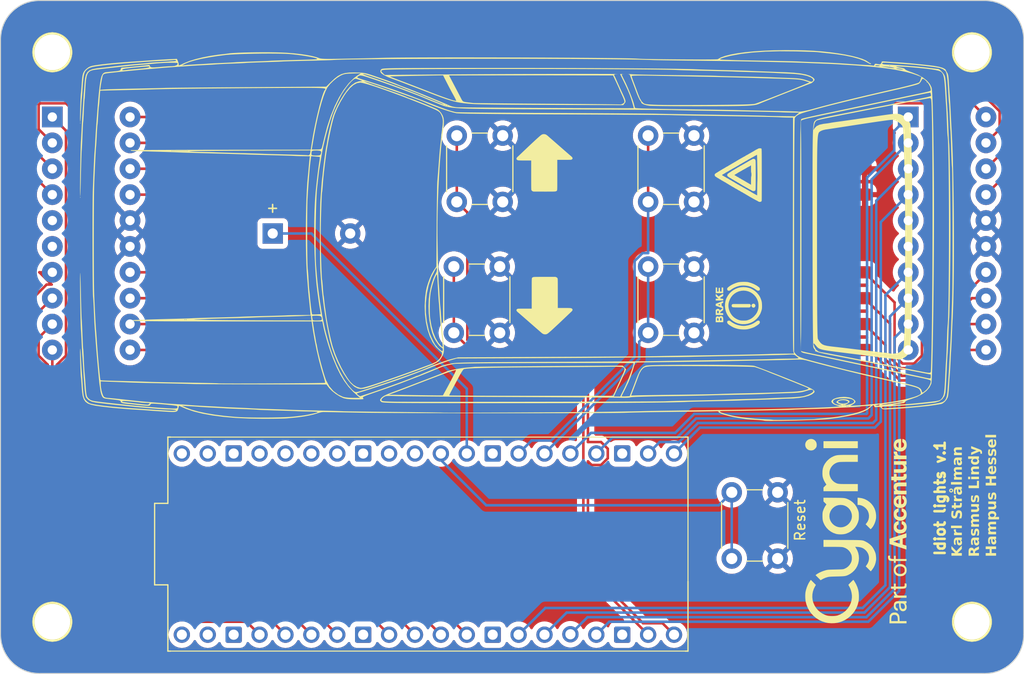
<source format=kicad_pcb>
(kicad_pcb (version 20221018) (generator pcbnew)
  (title_block (comment 4 "AISLER Project ID: KFQQFVWI"))
  (layers (0 "F.Cu" signal) (31 "B.Cu" signal) (34 "B.Paste" user) (35 "F.Paste" user) (36 "B.SilkS" user "B.Silkscreen") (37 "F.SilkS" user "F.Silkscreen") (38 "B.Mask" user) (39 "F.Mask" user) (44 "Edge.Cuts" user))
  (net 0 "")
  (net 3 "GND")
  (net 10 "/HAZARD_BTN")
  (net 11 "/BREAK_BTN")
  (net 16 "/BUZZER")
  (net 17 "/RUN")
  (net 28 "/FL0")
  (net 29 "/FL3")
  (net 30 "/FL2")
  (net 31 "/FL1")
  (net 32 "/FR3")
  (net 33 "/FR2")
  (net 34 "/FR1")
  (net 35 "/FR0")
  (net 36 "/RL0")
  (net 37 "/RL1")
  (net 38 "/RL2")
  (net 39 "/RL3")
  (net 40 "/RR3")
  (net 41 "/RR2")
  (net 42 "/RR1")
  (net 43 "/RR0")
  (net 44 "Net-(BAR1-K-Pad11)")
  (net 45 "Net-(BAR1-K-Pad12)")
  (net 46 "Net-(BAR1-K-Pad13)")
  (net 47 "Net-(BAR1-K-Pad14)")
  (net 48 "Net-(BAR1-K-Pad17)")
  (net 49 "Net-(BAR1-K-Pad18)")
  (net 50 "Net-(BAR1-K-Pad19)")
  (net 51 "Net-(BAR1-K-Pad20)")
  (net 52 "Net-(BAR2-K-Pad11)")
  (net 53 "Net-(BAR2-K-Pad12)")
  (net 54 "Net-(BAR2-K-Pad13)")
  (net 55 "Net-(BAR2-K-Pad14)")
  (net 56 "Net-(BAR2-K-Pad17)")
  (net 57 "Net-(BAR2-K-Pad18)")
  (net 58 "Net-(BAR2-K-Pad19)")
  (net 59 "Net-(BAR2-K-Pad20)")
  (net 60 "/L_INDCR_BTN")
  (net 61 "/R_INDCR_BTN")
  (footprint "Resistor_SMD:R_0805_2012Metric_Pad1.20x1.40mm_HandSolder" (layer "F.Cu") (at 218.3325 68.58 180)
    (fp_text reference "R10" hide)
    (fp_text value "125")
    (pad "1" smd roundrect (at -1 0 270) (size 1.2 1.4) (layers "F.Cu" "F.Paste" "F.Mask") (roundrect_rratio 0.2083333333) (net 53 "Net-(BAR2-K-Pad12)"))
    (pad "2" smd roundrect (at 1 0 270) (size 1.2 1.4) (layers "F.Cu" "F.Paste" "F.Mask") (roundrect_rratio 0.2083333333) (net 3 "GND"))
  )
  (footprint "Display:HDSP-4830" (layer "F.Cu") (at 223.6275 48.26)
    (fp_text reference "BAR2" hide)
    (fp_text value "HDSP-4830_2" hide)
    (pad "1" thru_hole rect locked (at 0 0 270) (size 2.032 2.032) (drill 0.9144) (layers "*.Cu" "*.Mask") (net 43 "/RR0"))
    (pad "2" thru_hole circle locked (at 0 2.54 270) (size 2.032 2.032) (drill 0.9144) (layers "*.Cu" "*.Mask") (net 42 "/RR1"))
    (pad "3" thru_hole circle locked (at 0 5.08 270) (size 2.032 2.032) (drill 0.9144) (layers "*.Cu" "*.Mask") (net 41 "/RR2"))
    (pad "4" thru_hole circle locked (at 0 7.62 270) (size 2.032 2.032) (drill 0.9144) (layers "*.Cu" "*.Mask") (net 40 "/RR3"))
    (pad "5" thru_hole circle locked (at 0 10.16 270) (size 2.032 2.032) (drill 0.9144) (layers "*.Cu" "*.Mask"))
    (pad "6" thru_hole circle locked (at 0 12.7 270) (size 2.032 2.032) (drill 0.9144) (layers "*.Cu" "*.Mask"))
    (pad "7" thru_hole circle locked (at 0 15.24 270) (size 2.032 2.032) (drill 0.9144) (layers "*.Cu" "*.Mask") (net 36 "/RL0"))
    (pad "8" thru_hole circle locked (at 0 17.78 270) (size 2.032 2.032) (drill 0.9144) (layers "*.Cu" "*.Mask") (net 37 "/RL1"))
    (pad "9" thru_hole circle locked (at 0 20.32 270) (size 2.032 2.032) (drill 0.9144) (layers "*.Cu" "*.Mask") (net 38 "/RL2"))
    (pad "10" thru_hole circle locked (at 0 22.86 270) (size 2.032 2.032) (drill 0.9144) (layers "*.Cu" "*.Mask") (net 39 "/RL3"))
    (pad "11" thru_hole circle locked (at 7.62 22.86 270) (size 2.032 2.032) (drill 0.9144) (layers "*.Cu" "*.Mask") (net 52 "Net-(BAR2-K-Pad11)"))
    (pad "12" thru_hole circle locked (at 7.62 20.32 270) (size 2.032 2.032) (drill 0.9144) (layers "*.Cu" "*.Mask") (net 53 "Net-(BAR2-K-Pad12)"))
    (pad "13" thru_hole circle locked (at 7.62 17.78 270) (size 2.032 2.032) (drill 0.9144) (layers "*.Cu" "*.Mask") (net 54 "Net-(BAR2-K-Pad13)"))
    (pad "14" thru_hole circle locked (at 7.62 15.24 270) (size 2.032 2.032) (drill 0.9144) (layers "*.Cu" "*.Mask") (net 55 "Net-(BAR2-K-Pad14)"))
    (pad "15" thru_hole circle locked (at 7.62 12.7 270) (size 2.032 2.032) (drill 0.9144) (layers "*.Cu" "*.Mask") (net 3 "GND"))
    (pad "16" thru_hole circle locked (at 7.62 10.16 270) (size 2.032 2.032) (drill 0.9144) (layers "*.Cu" "*.Mask") (net 3 "GND"))
    (pad "17" thru_hole circle locked (at 7.62 7.62 270) (size 2.032 2.032) (drill 0.9144) (layers "*.Cu" "*.Mask") (net 56 "Net-(BAR2-K-Pad17)"))
    (pad "18" thru_hole circle locked (at 7.62 5.08 270) (size 2.032 2.032) (drill 0.9144) (layers "*.Cu" "*.Mask") (net 57 "Net-(BAR2-K-Pad18)"))
    (pad "19" thru_hole circle locked (at 7.62 2.54 270) (size 2.032 2.032) (drill 0.9144) (layers "*.Cu" "*.Mask") (net 58 "Net-(BAR2-K-Pad19)"))
    (pad "20" thru_hole circle locked (at 7.62 0 270) (size 2.032 2.032) (drill 0.9144) (layers "*.Cu" "*.Mask") (net 59 "Net-(BAR2-K-Pad20)"))
  )
  (footprint "Cygni_logo:cygni_logo_26x10mm" (layer "F.Cu") (at 218.44 88.9 90)
    (fp_text reference "G***" hide)
    (fp_text value "LOGO" hide)
  )
  (footprint "Button_Switch_THT:SW_PUSH_6mm_H5mm" (layer "F.Cu") (at 179.36 56.59 90)
    (fp_text reference "SW2" hide)
    (fp_text value "Toggle right indicator")
    (pad "1" thru_hole circle (at 0 0 180) (size 2 2) (drill 1.1) (layers "*.Cu" "*.Mask") (net 61 "/R_INDCR_BTN"))
    (pad "1" thru_hole circle (at 6.5 0 180) (size 2 2) (drill 1.1) (layers "*.Cu" "*.Mask") (net 61 "/R_INDCR_BTN"))
    (pad "2" thru_hole circle (at 0 4.5 180) (size 2 2) (drill 1.1) (layers "*.Cu" "*.Mask") (net 3 "GND"))
    (pad "2" thru_hole circle (at 6.5 4.5 180) (size 2 2) (drill 1.1) (layers "*.Cu" "*.Mask") (net 3 "GND"))
  )
  (footprint "Hardware:STAND-OFF" (layer "F.Cu") (at 139.7 41.91)
    (fp_text reference ">NAME" hide)
    (fp_text value ">VALUE" hide)
    (pad "" np_thru_hole circle (at 0 0) (size 3.302 3.302) (drill 3.302) (layers "*.Cu" "*.Mask"))
  )
  (footprint "Hardware:STAND-OFF" (layer "F.Cu") (at 139.7 97.79)
    (fp_text reference ">NAME" hide)
    (fp_text value ">VALUE" hide)
    (pad "" np_thru_hole circle (at 0 0) (size 3.302 3.302) (drill 3.302) (layers "*.Cu" "*.Mask"))
  )
  (footprint "Resistor_SMD:R_0805_2012Metric_Pad1.20x1.40mm_HandSolder" (layer "F.Cu") (at 218.3325 66.04 180)
    (fp_text reference "R11" hide)
    (fp_text value "125")
    (pad "1" smd roundrect (at -1 0 270) (size 1.2 1.4) (layers "F.Cu" "F.Paste" "F.Mask") (roundrect_rratio 0.2083333333) (net 54 "Net-(BAR2-K-Pad13)"))
    (pad "2" smd roundrect (at 1 0 270) (size 1.2 1.4) (layers "F.Cu" "F.Paste" "F.Mask") (roundrect_rratio 0.2083333333) (net 3 "GND"))
  )
  (footprint "Resistor_SMD:R_0805_2012Metric_Pad1.20x1.40mm_HandSolder" (layer "F.Cu") (at 152.0225 55.88)
    (fp_text reference "R5" hide)
    (fp_text value "125")
    (pad "1" smd roundrect locked (at -1 0 90) (size 1.2 1.4) (layers "F.Cu" "F.Paste" "F.Mask") (roundrect_rratio 0.2083333333) (net 48 "Net-(BAR1-K-Pad17)"))
    (pad "2" smd roundrect locked (at 1 0 90) (size 1.2 1.4) (layers "F.Cu" "F.Paste" "F.Mask") (roundrect_rratio 0.2083333333) (net 3 "GND"))
  )
  (footprint "Button_Switch_THT:SW_PUSH_6mm_H5mm" (layer "F.Cu") (at 206.32 91.59 90)
    (fp_text reference "SW5" hide)
    (fp_text value "Reset" (at 3.75 6.7 90) (layer "F.SilkS"))
    (pad "1" thru_hole circle (at 0 0 180) (size 2 2) (drill 1.1) (layers "*.Cu" "*.Mask") (net 17 "/RUN"))
    (pad "1" thru_hole circle (at 6.5 0 180) (size 2 2) (drill 1.1) (layers "*.Cu" "*.Mask") (net 17 "/RUN"))
    (pad "2" thru_hole circle (at 0 4.5 180) (size 2 2) (drill 1.1) (layers "*.Cu" "*.Mask") (net 3 "GND"))
    (pad "2" thru_hole circle (at 6.5 4.5 180) (size 2 2) (drill 1.1) (layers "*.Cu" "*.Mask") (net 3 "GND"))
  )
  (footprint "Resistor_SMD:R_0805_2012Metric_Pad1.20x1.40mm_HandSolder" (layer "F.Cu") (at 152.0225 68.58)
    (fp_text reference "R2" hide)
    (fp_text value "125")
    (pad "1" smd roundrect locked (at -1 0 90) (size 1.2 1.4) (layers "F.Cu" "F.Paste" "F.Mask") (roundrect_rratio 0.2083333333) (net 45 "Net-(BAR1-K-Pad12)"))
    (pad "2" smd roundrect locked (at 1 0 90) (size 1.2 1.4) (layers "F.Cu" "F.Paste" "F.Mask") (roundrect_rratio 0.2083333333) (net 3 "GND"))
  )
  (footprint "Resistor_SMD:R_0805_2012Metric_Pad1.20x1.40mm_HandSolder" (layer "F.Cu") (at 218.3325 53.34)
    (fp_text reference "R14" hide)
    (fp_text value "125")
    (pad "1" smd roundrect (at -1 0 90) (size 1.2 1.4) (layers "F.Cu" "F.Paste" "F.Mask") (roundrect_rratio 0.2083333333) (net 57 "Net-(BAR2-K-Pad18)"))
    (pad "2" smd roundrect (at 1 0 90) (size 1.2 1.4) (layers "F.Cu" "F.Paste" "F.Mask") (roundrect_rratio 0.2083333333) (net 3 "GND"))
  )
  (footprint "Raspberry_Pi_Pico_Kicad_Files:MODULE_SC0915" (layer "F.Cu") (at 176.53 90.17 90)
    (fp_text reference "A1" hide)
    (fp_text value "SC0915")
    (pad "1" thru_hole circle (at -8.89 -24.13 90) (size 1.6 1.6) (drill 1) (layers "*.Cu" "*.Mask"))
    (pad "2" thru_hole circle (at -8.89 -21.59 90) (size 1.6 1.6) (drill 1) (layers "*.Cu" "*.Mask"))
    (pad "3" thru_hole roundrect (at -8.89 -19.05 90) (size 1.6 1.6) (drill 1) (layers "*.Cu" "*.Mask") (roundrect_rratio 0.125))
    (pad "4" thru_hole circle (at -8.89 -16.51 90) (size 1.6 1.6) (drill 1) (layers "*.Cu" "*.Mask") (net 28 "/FL0"))
    (pad "5" thru_hole circle (at -8.89 -13.97 90) (size 1.6 1.6) (drill 1) (layers "*.Cu" "*.Mask") (net 31 "/FL1"))
    (pad "6" thru_hole circle (at -8.89 -11.43 90) (size 1.6 1.6) (drill 1) (layers "*.Cu" "*.Mask") (net 30 "/FL2"))
    (pad "7" thru_hole circle (at -8.89 -8.89 90) (size 1.6 1.6) (drill 1) (layers "*.Cu" "*.Mask") (net 29 "/FL3"))
    (pad "8" thru_hole roundrect (at -8.89 -6.35 90) (size 1.6 1.6) (drill 1) (layers "*.Cu" "*.Mask") (roundrect_rratio 0.125))
    (pad "9" thru_hole circle (at -8.89 -3.81 90) (size 1.6 1.6) (drill 1) (layers "*.Cu" "*.Mask") (net 35 "/FR0"))
    (pad "10" thru_hole circle (at -8.89 -1.27 90) (size 1.6 1.6) (drill 1) (layers "*.Cu" "*.Mask") (net 34 "/FR1"))
    (pad "11" thru_hole circle (at -8.89 1.27 90) (size 1.6 1.6) (drill 1) (layers "*.Cu" "*.Mask") (net 33 "/FR2"))
    (pad "12" thru_hole circle (at -8.89 3.81 90) (size 1.6 1.6) (drill 1) (layers "*.Cu" "*.Mask") (net 32 "/FR3"))
    (pad "13" thru_hole roundrect (at -8.89 6.35 90) (size 1.6 1.6) (drill 1) (layers "*.Cu" "*.Mask") (roundrect_rratio 0.125))
    (pad "14" thru_hole circle (at -8.89 8.89 90) (size 1.6 1.6) (drill 1) (layers "*.Cu" "*.Mask") (net 36 "/RL0"))
    (pad "15" thru_hole circle (at -8.89 11.43 90) (size 1.6 1.6) (drill 1) (layers "*.Cu" "*.Mask") (net 37 "/RL1"))
    (pad "16" thru_hole circle (at -8.848119 13.97 90) (size 1.6 1.6) (drill 1) (layers "*.Cu" "*.Mask") (net 38 "/RL2"))
    (pad "17" thru_hole circle (at -8.89 16.51 90) (size 1.6 1.6) (drill 1) (layers "*.Cu" "*.Mask") (net 39 "/RL3"))
    (pad "18" thru_hole roundrect (at -8.89 19.05 90) (size 1.6 1.6) (drill 1) (layers "*.Cu" "*.Mask") (roundrect_rratio 0.125))
    (pad "19" thru_hole circle (at -8.89 21.59 90) (size 1.6 1.6) (drill 1) (layers "*.Cu" "*.Mask") (net 60 "/L_INDCR_BTN"))
    (pad "20" thru_hole circle (at -8.89 24.13 90) (size 1.6 1.6) (drill 1) (layers "*.Cu" "*.Mask") (net 61 "/R_INDCR_BTN"))
    (pad "21" thru_hole circle (at 8.89 24.13 90) (size 1.6 1.6) (drill 1) (layers "*.Cu" "*.Mask") (net 40 "/RR3"))
    (pad "22" thru_hole circle (at 8.89 21.59 90) (size 1.6 1.6) (drill 1) (layers "*.Cu" "*.Mask") (net 41 "/RR2"))
    (pad "23" thru_hole roundrect (at 8.89 19.05 90) (size 1.6 1.6) (drill 1) (layers "*.Cu" "*.Mask") (roundrect_rratio 0.125))
    (pad "24" thru_hole circle (at 8.89 16.51 90) (size 1.6 1.6) (drill 1) (layers "*.Cu" "*.Mask") (net 42 "/RR1"))
    (pad "25" thru_hole circle (at 8.89 13.97 90) (size 1.6 1.6) (drill 1) (layers "*.Cu" "*.Mask") (net 43 "/RR0"))
    (pad "26" thru_hole circle (at 8.89 11.43 90) (size 1.6 1.6) (drill 1) (layers "*.Cu" "*.Mask") (net 11 "/BREAK_BTN"))
    (pad "27" thru_hole circle (at 8.89 8.89 90) (size 1.6 1.6) (drill 1) (layers "*.Cu" "*.Mask") (net 10 "/HAZARD_BTN"))
    (pad "28" thru_hole roundrect (at 8.89 6.35 90) (size 1.6 1.6) (drill 1) (layers "*.Cu" "*.Mask") (roundrect_rratio 0.125))
    (pad "29" thru_hole circle (at 8.89 3.81 90) (size 1.6 1.6) (drill 1) (layers "*.Cu" "*.Mask") (net 16 "/BUZZER"))
    (pad "30" thru_hole circle (at 8.89 1.27 90) (size 1.6 1.6) (drill 1) (layers "*.Cu" "*.Mask") (net 17 "/RUN"))
    (pad "31" thru_hole circle (at 8.89 -1.27 90) (size 1.6 1.6) (drill 1) (layers "*.Cu" "*.Mask"))
    (pad "32" thru_hole circle (at 8.89 -3.81 90) (size 1.6 1.6) (drill 1) (layers "*.Cu" "*.Mask"))
    (pad "33" thru_hole roundrect (at 8.89 -6.35 90) (size 1.6 1.6) (drill 1) (layers "*.Cu" "*.Mask") (roundrect_rratio 0.125))
    (pad "34" thru_hole circle (at 8.89 -8.89 90) (size 1.6 1.6) (drill 1) (layers "*.Cu" "*.Mask"))
    (pad "35" thru_hole circle (at 8.89 -11.43 90) (size 1.6 1.6) (drill 1) (layers "*.Cu" "*.Mask"))
    (pad "36" thru_hole circle (at 8.89 -13.97 90) (size 1.6 1.6) (drill 1) (layers "*.Cu" "*.Mask"))
    (pad "37" thru_hole circle (at 8.89 -16.51 90) (size 1.6 1.6) (drill 1) (layers "*.Cu" "*.Mask"))
    (pad "38" thru_hole roundrect (at 8.89 -19.05 90) (size 1.6 1.6) (drill 1) (layers "*.Cu" "*.Mask") (roundrect_rratio 0.125))
    (pad "39" thru_hole circle (at 8.89 -21.59 90) (size 1.6 1.6) (drill 1) (layers "*.Cu" "*.Mask"))
    (pad "40" thru_hole circle (at 8.89 -24.13 90) (size 1.6 1.6) (drill 1) (layers "*.Cu" "*.Mask"))
  )
  (footprint "Resistor_SMD:R_0805_2012Metric_Pad1.20x1.40mm_HandSolder" (layer "F.Cu") (at 218.3325 71.12 180)
    (fp_text reference "R9" hide)
    (fp_text value "125")
    (pad "1" smd roundrect (at -1 0 270) (size 1.2 1.4) (layers "F.Cu" "F.Paste" "F.Mask") (roundrect_rratio 0.2083333333) (net 52 "Net-(BAR2-K-Pad11)"))
    (pad "2" smd roundrect (at 1 0 270) (size 1.2 1.4) (layers "F.Cu" "F.Paste" "F.Mask") (roundrect_rratio 0.2083333333) (net 3 "GND"))
  )
  (footprint "Buzzer_Beeper:Buzzer_12x9.5RM7.6" (layer "F.Cu") (at 161.31 59.69)
    (fp_text reference "BZ1" hide)
    (fp_text value "Buzzer")
    (fp_text user "+" (at -0.01 -2.54) (layer "F.SilkS"))
    (pad "1" thru_hole rect (at 0 0) (size 2 2) (drill 1) (layers "*.Cu" "*.Mask") (net 16 "/BUZZER"))
    (pad "2" thru_hole circle (at 7.6 0) (size 2 2) (drill 1) (layers "*.Cu" "*.Mask") (net 3 "GND"))
  )
  (footprint "Resistor_SMD:R_0805_2012Metric_Pad1.20x1.40mm_HandSolder" (layer "F.Cu") (at 218.3325 63.5 180)
    (fp_text reference "R12" hide)
    (fp_text value "125")
    (pad "1" smd roundrect (at -1 0 270) (size 1.2 1.4) (layers "F.Cu" "F.Paste" "F.Mask") (roundrect_rratio 0.2083333333) (net 55 "Net-(BAR2-K-Pad14)"))
    (pad "2" smd roundrect (at 1 0 270) (size 1.2 1.4) (layers "F.Cu" "F.Paste" "F.Mask") (net 3 "GND"))
  )
  (footprint "Button_Switch_THT:SW_PUSH_6mm_H5mm" (layer "F.Cu") (at 198.12 56.59 90)
    (fp_text reference "SW3" hide)
    (fp_text value "Toggle hazard warning")
    (pad "1" thru_hole circle (at 0 0 180) (size 2 2) (drill 1.1) (layers "*.Cu" "*.Mask") (net 10 "/HAZARD_BTN"))
    (pad "1" thru_hole circle (at 6.5 0 180) (size 2 2) (drill 1.1) (layers "*.Cu" "*.Mask") (net 10 "/HAZARD_BTN"))
    (pad "2" thru_hole circle (at 0 4.5 180) (size 2 2) (drill 1.1) (layers "*.Cu" "*.Mask") (net 3 "GND"))
    (pad "2" thru_hole circle (at 6.5 4.5 180) (size 2 2) (drill 1.1) (layers "*.Cu" "*.Mask") (net 3 "GND"))
  )
  (footprint "Button_Switch_THT:SW_PUSH_6mm_H5mm" (layer "F.Cu") (at 198.12 69.44 90)
    (fp_text reference "SW4" hide)
    (fp_text value "Break control")
    (pad "1" thru_hole circle (at 0 0 180) (size 2 2) (drill 1.1) (layers "*.Cu" "*.Mask") (net 11 "/BREAK_BTN"))
    (pad "1" thru_hole circle (at 6.5 0 180) (size 2 2) (drill 1.1) (layers "*.Cu" "*.Mask") (net 11 "/BREAK_BTN"))
    (pad "2" thru_hole circle (at 0 4.5 180) (size 2 2) (drill 1.1) (layers "*.Cu" "*.Mask") (net 3 "GND"))
    (pad "2" thru_hole circle (at 6.5 4.5 180) (size 2 2) (drill 1.1) (layers "*.Cu" "*.Mask") (net 3 "GND"))
  )
  (footprint "Resistor_SMD:R_0805_2012Metric_Pad1.20x1.40mm_HandSolder" (layer "F.Cu") (at 152.0225 66.04)
    (fp_text reference "R3" hide)
    (fp_text value "125")
    (pad "1" smd roundrect locked (at -1 0 90) (size 1.2 1.4) (layers "F.Cu" "F.Paste" "F.Mask") (roundrect_rratio 0.2083333333) (net 46 "Net-(BAR1-K-Pad13)"))
    (pad "2" smd roundrect locked (at 1 0 90) (size 1.2 1.4) (layers "F.Cu" "F.Paste" "F.Mask") (roundrect_rratio 0.2083333333) (net 3 "GND"))
  )
  (footprint "Hardware:STAND-OFF" (layer "F.Cu") (at 229.87 41.91)
    (fp_text reference ">NAME" hide)
    (fp_text value ">VALUE" hide)
    (pad "" np_thru_hole circle (at 0 0) (size 3.302 3.302) (drill 3.302) (layers "*.Cu" "*.Mask"))
  )
  (footprint "Telltale_icons:arror_icon" (layer "F.Cu") (at 187.96 66.75 90)
    (fp_text reference "G***" hide)
    (fp_text value "LOGO" hide)
  )
  (footprint "Resistor_SMD:R_0805_2012Metric_Pad1.20x1.40mm_HandSolder" (layer "F.Cu") (at 152.0225 48.26)
    (fp_text reference "R8" hide)
    (fp_text value "125")
    (pad "1" smd roundrect locked (at -1 0 90) (size 1.2 1.4) (layers "F.Cu" "F.Paste" "F.Mask") (roundrect_rratio 0.2083333333) (net 51 "Net-(BAR1-K-Pad20)"))
    (pad "2" smd roundrect locked (at 1 0 90) (size 1.2 1.4) (layers "F.Cu" "F.Paste" "F.Mask") (roundrect_rratio 0.2083333333) (net 3 "GND"))
  )
  (footprint "Hardware:STAND-OFF" (layer "F.Cu") (at 229.87 97.79)
    (fp_text reference ">NAME" hide)
    (fp_text value ">VALUE" hide)
    (pad "" np_thru_hole circle (at 0 0) (size 3.302 3.302) (drill 3.302) (layers "*.Cu" "*.Mask"))
  )
  (footprint "Resistor_SMD:R_0805_2012Metric_Pad1.20x1.40mm_HandSolder" (layer "F.Cu") (at 152.0225 71.12)
    (fp_text reference "R1" hide)
    (fp_text value "125")
    (pad "1" smd roundrect locked (at -1 0 90) (size 1.2 1.4) (layers "F.Cu" "F.Paste" "F.Mask") (roundrect_rratio 0.2083333333) (net 44 "Net-(BAR1-K-Pad11)"))
    (pad "2" smd roundrect locked (at 1 0 90) (size 1.2 1.4) (layers "F.Cu" "F.Paste" "F.Mask") (roundrect_rratio 0.2083333333) (net 3 "GND"))
  )
  (footprint "Telltale_icons:hazard_warning" (layer "F.Cu") (at 207.01 54.05 90)
    (fp_text reference "G***" hide)
    (fp_text value "LOGO" hide)
  )
  (footprint "Resistor_SMD:R_0805_2012Metric_Pad1.20x1.40mm_HandSolder" (layer "F.Cu") (at 152.0225 63.5)
    (fp_text reference "R4" hide)
    (fp_text value "125")
    (pad "1" smd roundrect locked (at -1 0 90) (size 1.2 1.4) (layers "F.Cu" "F.Paste" "F.Mask") (roundrect_rratio 0.2083333333) (net 47 "Net-(BAR1-K-Pad14)"))
    (pad "2" smd roundrect locked (at 1 0 90) (size 1.2 1.4) (layers "F.Cu" "F.Paste" "F.Mask") (roundrect_rratio 0.2083333333) (net 3 "GND"))
  )
  (footprint "Display:HDSP-4830" (layer "F.Cu") (at 139.7 48.26)
    (fp_text reference "BAR1" hide)
    (fp_text value "HDSP-4830_2")
    (pad "1" thru_hole rect locked (at 0 0 270) (size 2.032 2.032) (drill 0.9144) (layers "*.Cu" "*.Mask") (net 35 "/FR0"))
    (pad "2" thru_hole circle locked (at 0 2.54 270) (size 2.032 2.032) (drill 0.9144) (layers "*.Cu" "*.Mask") (net 34 "/FR1"))
    (pad "3" thru_hole circle locked (at 0 5.08 270) (size 2.032 2.032) (drill 0.9144) (layers "*.Cu" "*.Mask") (net 33 "/FR2"))
    (pad "4" thru_hole circle locked (at 0 7.62 270) (size 2.032 2.032) (drill 0.9144) (layers "*.Cu" "*.Mask") (net 32 "/FR3"))
    (pad "5" thru_hole circle locked (at 0 10.16 270) (size 2.032 2.032) (drill 0.9144) (layers "*.Cu" "*.Mask"))
    (pad "6" thru_hole circle locked (at 0 12.7 270) (size 2.032 2.032) (drill 0.9144) (layers "*.Cu" "*.Mask"))
    (pad "7" thru_hole circle locked (at 0 15.24 270) (size 2.032 2.032) (drill 0.9144) (layers "*.Cu" "*.Mask") (net 28 "/FL0"))
    (pad "8" thru_hole circle locked (at 0 17.78 270) (size 2.032 2.032) (drill 0.9144) (layers "*.Cu" "*.Mask") (net 31 "/FL1"))
    (pad "9" thru_hole circle locked (at 0 20.32 270) (size 2.032 2.032) (drill 0.9144) (layers "*.Cu" "*.Mask") (net 30 "/FL2"))
    (pad "10" thru_hole circle locked (at 0 22.86 270) (size 2.032 2.032) (drill 0.9144) (layers "*.Cu" "*.Mask") (net 29 "/FL3"))
    (pad "11" thru_hole circle locked (at 7.62 22.86 270) (size 2.032 2.032) (drill 0.9144) (layers "*.Cu" "*.Mask") (net 44 "Net-(BAR1-K-Pad11)"))
    (pad "12" thru_hole circle locked (at 7.62 20.32 270) (size 2.032 2.032) (drill 0.9144) (layers "*.Cu" "*.Mask") (net 45 "Net-(BAR1-K-Pad12)"))
    (pad "13" thru_hole circle locked (at 7.62 17.78 270) (size 2.032 2.032) (drill 0.9144) (layers "*.Cu" "*.Mask") (net 46 "Net-(BAR1-K-Pad13)"))
    (pad "14" thru_hole circle locked (at 7.62 15.24 270) (size 2.032 2.032) (drill 0.9144) (layers "*.Cu" "*.Mask") (net 47 "Net-(BAR1-K-Pad14)"))
    (pad "15" thru_hole circle locked (at 7.62 12.7 270) (size 2.032 2.032) (drill 0.9144) (layers "*.Cu" "*.Mask") (net 3 "GND"))
    (pad "16" thru_hole circle locked (at 7.62 10.16 270) (size 2.032 2.032) (drill 0.9144) (layers "*.Cu" "*.Mask") (net 3 "GND"))
    (pad "17" thru_hole circle locked (at 7.62 7.62 270) (size 2.032 2.032) (drill 0.9144) (layers "*.Cu" "*.Mask") (net 48 "Net-(BAR1-K-Pad17)"))
    (pad "18" thru_hole circle locked (at 7.62 5.08 270) (size 2.032 2.032) (drill 0.9144) (layers "*.Cu" "*.Mask") (net 49 "Net-(BAR1-K-Pad18)"))
    (pad "19" thru_hole circle locked (at 7.62 2.54 270) (size 2.032 2.032) (drill 0.9144) (layers "*.Cu" "*.Mask") (net 50 "Net-(BAR1-K-Pad19)"))
    (pad "20" thru_hole circle locked (at 7.62 0 270) (size 2.032 2.032) (drill 0.9144) (layers "*.Cu" "*.Mask") (net 51 "Net-(BAR1-K-Pad20)"))
  )
  (footprint "Telltale_icons:arror_icon" (layer "F.Cu") (at 187.959695 52.78 -90)
    (fp_text reference "G***" hide)
    (fp_text value "LOGO" hide)
  )
  (footprint "Button_Switch_THT:SW_PUSH_6mm_H5mm" (layer "F.Cu") (at 179.07 69.44 90)
    (fp_text reference "SW1" hide)
    (fp_text value "Toggle left indicator")
    (pad "1" thru_hole circle (at 0 0 180) (size 2 2) (drill 1.1) (layers "*.Cu" "*.Mask") (net 60 "/L_INDCR_BTN"))
    (pad "1" thru_hole circle (at 6.5 0 180) (size 2 2) (drill 1.1) (layers "*.Cu" "*.Mask") (net 60 "/L_INDCR_BTN"))
    (pad "2" thru_hole circle (at 0 4.5 180) (size 2 2) (drill 1.1) (layers "*.Cu" "*.Mask") (net 3 "GND"))
    (pad "2" thru_hole circle (at 6.5 4.5 180) (size 2 2) (drill 1.1) (layers "*.Cu" "*.Mask") (net 3 "GND"))
  )
  (footprint "Telltale_icons:golf" (layer "F.Cu") (at 185.42 59.69)
    (fp_text reference "G***" hide)
    (fp_text value "LOGO" hide)
  )
  (footprint "Telltale_icons:break_warning" (layer "F.Cu") (at 207.01 66.75 90)
    (fp_text reference "G***" hide)
    (fp_text value "LOGO" hide)
  )
  (footprint "Resistor_SMD:R_0805_2012Metric_Pad1.20x1.40mm_HandSolder" (layer "F.Cu") (at 218.3325 50.8)
    (fp_text reference "R15" hide)
    (fp_text value "125")
    (pad "1" smd roundrect (at -1 0 90) (size 1.2 1.4) (layers "F.Cu" "F.Paste" "F.Mask") (roundrect_rratio 0.2083333333) (net 58 "Net-(BAR2-K-Pad19)"))
    (pad "2" smd roundrect (at 1 0 90) (size 1.2 1.4) (layers "F.Cu" "F.Paste" "F.Mask") (roundrect_rratio 0.2083333333) (net 3 "GND"))
  )
  (footprint "Resistor_SMD:R_0805_2012Metric_Pad1.20x1.40mm_HandSolder" (layer "F.Cu") (at 152.0225 50.8)
    (fp_text reference "R7" hide)
    (fp_text value "125")
    (pad "1" smd roundrect locked (at -1 0 90) (size 1.2 1.4) (layers "F.Cu" "F.Paste" "F.Mask") (roundrect_rratio 0.2083333333) (net 50 "Net-(BAR1-K-Pad19)"))
    (pad "2" smd roundrect locked (at 1 0 90) (size 1.2 1.4) (layers "F.Cu" "F.Paste" "F.Mask") (roundrect_rratio 0.2083333333) (net 3 "GND"))
  )
  (footprint "Resistor_SMD:R_0805_2012Metric_Pad1.20x1.40mm_HandSolder" (layer "F.Cu") (at 218.3325 55.88)
    (fp_text reference "R13" hide)
    (fp_text value "125")
    (pad "1" smd roundrect (at -1 0 90) (size 1.2 1.4) (layers "F.Cu" "F.Paste" "F.Mask") (roundrect_rratio 0.2083333333) (net 56 "Net-(BAR2-K-Pad17)"))
    (pad "2" smd roundrect (at 1 0 90) (size 1.2 1.4) (layers "F.Cu" "F.Paste" "F.Mask") (roundrect_rratio 0.2083333333) (net 3 "GND"))
  )
  (footprint "Resistor_SMD:R_0805_2012Metric_Pad1.20x1.40mm_HandSolder" (layer "F.Cu") (at 218.3325 48.26)
    (fp_text reference "R16" hide)
    (fp_text value "125")
    (pad "1" smd roundrect (at -1 0 90) (size 1.2 1.4) (layers "F.Cu" "F.Paste" "F.Mask") (roundrect_rratio 0.2083333333) (net 59 "Net-(BAR2-K-Pad20)"))
    (pad "2" smd roundrect (at 1 0 90) (size 1.2 1.4) (layers "F.Cu" "F.Paste" "F.Mask") (roundrect_rratio 0.2083333333) (net 3 "GND"))
  )
  (footprint "Resistor_SMD:R_0805_2012Metric_Pad1.20x1.40mm_HandSolder" (layer "F.Cu") (at 152.0225 53.34)
    (fp_text reference "R6" hide)
    (fp_text value "125")
    (pad "1" smd roundrect locked (at -1 0 90) (size 1.2 1.4) (layers "F.Cu" "F.Paste" "F.Mask") (roundrect_rratio 0.2083333333) (net 49 "Net-(BAR1-K-Pad18)"))
    (pad "2" smd roundrect locked (at 1 0 90) (size 1.2 1.4) (layers "F.Cu" "F.Paste" "F.Mask") (roundrect_rratio 0.2083333333) (net 3 "GND"))
  )
  (gr_arc (start 231.14 36.83) (mid 233.834077 37.945923) (end 234.95 40.64) (stroke (width 0.1)) (layer "Edge.Cuts"))
  (gr_line (start 134.62 40.64) (end 134.62 99.06) (stroke (width 0.1)) (layer "Edge.Cuts"))
  (gr_line (start 234.95 40.64) (end 234.95 99.06) (stroke (width 0.1)) (layer "Edge.Cuts"))
  (gr_line (start 138.43 36.83) (end 231.14 36.83) (stroke (width 0.1)) (layer "Edge.Cuts"))
  (gr_arc (start 138.43 102.87) (mid 135.735923 101.754077) (end 134.62 99.06) (stroke (width 0.1)) (layer "Edge.Cuts"))
  (gr_line (start 138.43 102.87) (end 231.14 102.87) (stroke (width 0.1)) (layer "Edge.Cuts"))
  (gr_arc (start 234.95 99.06) (mid 233.834077 101.754077) (end 231.14 102.87) (stroke (width 0.1)) (layer "Edge.Cuts"))
  (gr_arc (start 134.62 40.64) (mid 135.735923 37.945923) (end 138.43 36.83) (stroke (width 0.1)) (layer "Edge.Cuts"))
  (gr_text "Karl Strålman\nRasmus Lindy\nHampus Hessel" (at 232.41 91.44 90) (layer "F.SilkS") (effects (font (size 1 1) (thickness 0.2) bold) (justify left bottom)))
  (gr_text "Idiot lights v.1" (at 227.33 91.44 90) (layer "F.SilkS") (effects (font (size 1 1) (thickness 0.25) bold) (justify left bottom)))
  (segment (start 198.12 50.09) (end 198.12 56.59) (width 0.25) (layer "F.Cu") (net 10))
  (segment (start 196.795 62.391167) (end 197.571167 61.615) (width 0.25) (layer "B.Cu") (net 10))
  (segment (start 186.69 80.01) (end 188.593604 80.01) (width 0.25) (layer "B.Cu") (net 10))
  (segment (start 198.12 61.615) (end 198.12 56.59) (width 0.25) (layer "B.Cu") (net 10))
  (segment (start 196.795 71.808604) (end 196.795 62.391167) (width 0.25) (layer "B.Cu") (net 10))
  (segment (start 185.42 81.28) (end 186.69 80.01) (width 0.25) (layer "B.Cu") (net 10))
  (segment (start 188.593604 80.01) (end 196.795 71.808604) (width 0.25) (layer "B.Cu") (net 10))
  (segment (start 197.571167 61.615) (end 198.12 61.615) (width 0.25) (layer "B.Cu") (net 10))
  (segment (start 197.245 70.315) (end 198.12 69.44) (width 0.25) (layer "B.Cu") (net 11))
  (segment (start 198.12 62.94) (end 198.12 69.44) (width 0.25) (layer "B.Cu") (net 11))
  (segment (start 187.96 81.28) (end 197.245 71.995) (width 0.25) (layer "B.Cu") (net 11))
  (segment (start 197.245 71.995) (end 197.245 70.315) (width 0.25) (layer "B.Cu") (net 11))
  (segment (start 161.31 59.69) (end 165.1 59.69) (width 0.25) (layer "B.Cu") (net 16))
  (segment (start 180.34 74.93) (end 180.34 81.28) (width 0.25) (layer "B.Cu") (net 16))
  (segment (start 165.1 59.69) (end 180.34 74.93) (width 0.25) (layer "B.Cu") (net 16))
  (segment (start 206.32 85.09) (end 205.05 86.36) (width 0.25) (layer "B.Cu") (net 17))
  (segment (start 182.243604 86.36) (end 177.481802 81.598198) (width 0.25) (layer "B.Cu") (net 17))
  (segment (start 206.32 85.09) (end 206.32 91.59) (width 0.25) (layer "B.Cu") (net 17))
  (segment (start 205.05 86.36) (end 182.243604 86.36) (width 0.25) (layer "B.Cu") (net 17))
  (segment (start 139.7 63.5) (end 138.43 63.5) (width 0.25) (layer "F.Cu") (net 28))
  (segment (start 137.459 66.384539) (end 137.459 72.048253) (width 0.25) (layer "F.Cu") (net 28))
  (segment (start 148.850812 96.15) (end 152.027208 96.15) (width 0.25) (layer "F.Cu") (net 28))
  (segment (start 138.35 72.939253) (end 138.35 85.649188) (width 0.25) (layer "F.Cu") (net 28))
  (segment (start 139.629 64.699) (end 139.144539 64.699) (width 0.25) (layer "F.Cu") (net 28))
  (segment (start 158.75 97.79) (end 160.02 99.06) (width 0.25) (layer "F.Cu") (net 28))
  (segment (start 138.43 63.5) (end 139.629 64.699) (width 0.25) (layer "F.Cu") (net 28))
  (segment (start 152.027208 96.15) (end 153.667208 97.79) (width 0.25) (layer "F.Cu") (net 28))
  (segment (start 138.35 85.649188) (end 148.850812 96.15) (width 0.25) (layer "F.Cu") (net 28))
  (segment (start 153.667208 97.79) (end 158.75 97.79) (width 0.25) (layer "F.Cu") (net 28))
  (segment (start 137.459 72.048253) (end 138.35 72.939253) (width 0.25) (layer "F.Cu") (net 28))
  (segment (start 139.144539 64.699) (end 137.459 66.384539) (width 0.25) (layer "F.Cu") (net 28))
  (segment (start 154.226396 96.44) (end 165.02 96.44) (width 0.25) (layer "F.Cu") (net 29))
  (segment (start 139.7 71.12) (end 139.7 85.09) (width 0.25) (layer "F.Cu") (net 29))
  (segment (start 165.02 96.44) (end 167.64 99.06) (width 0.25) (layer "F.Cu") (net 29))
  (segment (start 149.41 94.8) (end 152.586396 94.8) (width 0.25) (layer "F.Cu") (net 29))
  (segment (start 152.586396 94.8) (end 154.226396 96.44) (width 0.25) (layer "F.Cu") (net 29))
  (segment (start 139.7 85.09) (end 149.41 94.8) (width 0.25) (layer "F.Cu") (net 29))
  (segment (start 152.4 95.25) (end 149.223604 95.25) (width 0.25) (layer "F.Cu") (net 30))
  (segment (start 165.1 99.06) (end 162.93 96.89) (width 0.25) (layer "F.Cu") (net 30))
  (segment (start 138.359 71.675461) (end 138.359 69.921) (width 0.25) (layer "F.Cu") (net 30))
  (segment (start 162.93 96.89) (end 154.04 96.89) (width 0.25) (layer "F.Cu") (net 30))
  (segment (start 139.25 72.566461) (end 138.359 71.675461) (width 0.25) (layer "F.Cu") (net 30))
  (segment (start 139.25 85.276396) (end 139.25 72.566461) (width 0.25) (layer "F.Cu") (net 30))
  (segment (start 154.04 96.89) (end 152.4 95.25) (width 0.25) (layer "F.Cu") (net 30))
  (segment (start 138.359 69.921) (end 139.7 68.58) (width 0.25) (layer "F.Cu") (net 30))
  (segment (start 149.223604 95.25) (end 139.25 85.276396) (width 0.25) (layer "F.Cu") (net 30))
  (segment (start 137.909 67.831) (end 139.7 66.04) (width 0.25) (layer "F.Cu") (net 31))
  (segment (start 153.853604 97.34) (end 152.213604 95.7) (width 0.25) (layer "F.Cu") (net 31))
  (segment (start 160.84 97.34) (end 153.853604 97.34) (width 0.25) (layer "F.Cu") (net 31))
  (segment (start 137.909 71.861857) (end 137.909 67.831) (width 0.25) (layer "F.Cu") (net 31))
  (segment (start 138.8 85.462792) (end 138.8 72.752857) (width 0.25) (layer "F.Cu") (net 31))
  (segment (start 162.56 99.06) (end 160.84 97.34) (width 0.25) (layer "F.Cu") (net 31))
  (segment (start 149.037208 95.7) (end 138.8 85.462792) (width 0.25) (layer "F.Cu") (net 31))
  (segment (start 152.213604 95.7) (end 149.037208 95.7) (width 0.25) (layer "F.Cu") (net 31))
  (segment (start 138.8 72.752857) (end 137.909 71.861857) (width 0.25) (layer "F.Cu") (net 31))
  (segment (start 142.391 72.241792) (end 142.391 46.996208) (width 0.25) (layer "F.Cu") (net 32))
  (segment (start 175.92 94.64) (end 154.97198 94.64) (width 0.25) (layer "F.Cu") (net 32))
  (segment (start 154.97198 94.64) (end 153.33198 93) (width 0.25) (layer "F.Cu") (net 32))
  (segment (start 137.16 53.34) (end 139.7 55.88) (width 0.25) (layer "F.Cu") (net 32))
  (segment (start 137.16 46.987208) (end 137.16 53.34) (width 0.25) (layer "F.Cu") (net 32))
  (segment (start 142.391 46.996208) (end 141.413792 46.019) (width 0.25) (layer "F.Cu") (net 32))
  (segment (start 153.33198 93) (end 150.155584 93) (width 0.25) (layer "F.Cu") (net 32))
  (segment (start 141.413792 46.019) (end 138.128208 46.019) (width 0.25) (layer "F.Cu") (net 32))
  (segment (start 180.34 99.06) (end 175.92 94.64) (width 0.25) (layer "F.Cu") (net 32))
  (segment (start 141.5 84.344416) (end 141.5 73.132792) (width 0.25) (layer "F.Cu") (net 32))
  (segment (start 150.155584 93) (end 141.5 84.344416) (width 0.25) (layer "F.Cu") (net 32))
  (segment (start 138.128208 46.019) (end 137.16 46.987208) (width 0.25) (layer "F.Cu") (net 32))
  (segment (start 141.5 73.132792) (end 142.391 72.241792) (width 0.25) (layer "F.Cu") (net 32))
  (segment (start 141.941 72.055396) (end 141.941 47.182604) (width 0.25) (layer "F.Cu") (net 33))
  (segment (start 137.909 51.549) (end 139.7 53.34) (width 0.25) (layer "F.Cu") (net 33))
  (segment (start 154.785584 95.09) (end 153.145584 93.45) (width 0.25) (layer "F.Cu") (net 33))
  (segment (start 141.05 72.946396) (end 141.941 72.055396) (width 0.25) (layer "F.Cu") (net 33))
  (segment (start 141.05 84.530812) (end 141.05 72.946396) (width 0.25) (layer "F.Cu") (net 33))
  (segment (start 141.941 47.182604) (end 141.227396 46.469) (width 0.25) (layer "F.Cu") (net 33))
  (segment (start 141.227396 46.469) (end 138.314604 46.469) (width 0.25) (layer "F.Cu") (net 33))
  (segment (start 138.314604 46.469) (end 137.909 46.874604) (width 0.25) (layer "F.Cu") (net 33))
  (segment (start 173.83 95.09) (end 154.785584 95.09) (width 0.25) (layer "F.Cu") (net 33))
  (segment (start 137.909 46.874604) (end 137.909 51.549) (width 0.25) (layer "F.Cu") (net 33))
  (segment (start 149.969188 93.45) (end 141.05 84.530812) (width 0.25) (layer "F.Cu") (net 33))
  (segment (start 153.145584 93.45) (end 149.969188 93.45) (width 0.25) (layer "F.Cu") (net 33))
  (segment (start 177.8 99.06) (end 173.83 95.09) (width 0.25) (layer "F.Cu") (net 33))
  (segment (start 138.359 47.061) (end 138.501 46.919) (width 0.25) (layer "F.Cu") (net 34))
  (segment (start 152.959188 93.9) (end 154.599188 95.54) (width 0.25) (layer "F.Cu") (net 34))
  (segment (start 154.599188 95.54) (end 171.74 95.54) (width 0.25) (layer "F.Cu") (net 34))
  (segment (start 139.7 50.8) (end 138.359 49.459) (width 0.25) (layer "F.Cu") (net 34))
  (segment (start 141.491 47.369) (end 141.491 71.869) (width 0.25) (layer "F.Cu") (net 34))
  (segment (start 171.74 95.54) (end 175.26 99.06) (width 0.25) (layer "F.Cu") (net 34))
  (segment (start 140.6 72.76) (end 140.6 84.717208) (width 0.25) (layer "F.Cu") (net 34))
  (segment (start 140.6 84.717208) (end 149.782792 93.9) (width 0.25) (layer "F.Cu") (net 34))
  (segment (start 138.501 46.919) (end 141.041 46.919) (width 0.25) (layer "F.Cu") (net 34))
  (segment (start 141.041 46.919) (end 141.491 47.369) (width 0.25) (layer "F.Cu") (net 34))
  (segment (start 149.782792 93.9) (end 152.959188 93.9) (width 0.25) (layer "F.Cu") (net 34))
  (segment (start 141.491 71.869) (end 140.6 72.76) (width 0.25) (layer "F.Cu") (net 34))
  (segment (start 138.359 49.459) (end 138.359 47.061) (width 0.25) (layer "F.Cu") (net 34))
  (segment (start 169.65 95.99) (end 154.412792 95.99) (width 0.25) (layer "F.Cu") (net 35))
  (segment (start 141.041 71.675461) (end 141.041 49.601) (width 0.25) (layer "F.Cu") (net 35))
  (segment (start 140.15 72.566461) (end 141.041 71.675461) (width 0.25) (layer "F.Cu") (net 35))
  (segment (start 141.041 49.601) (end 139.7 48.26) (width 0.25) (layer "F.Cu") (net 35))
  (segment (start 149.596396 94.35) (end 140.15 84.903604) (width 0.25) (layer "F.Cu") (net 35))
  (segment (start 140.15 84.903604) (end 140.15 72.566461) (width 0.25) (layer "F.Cu") (net 35))
  (segment (start 152.772792 94.35) (end 149.596396 94.35) (width 0.25) (layer "F.Cu") (net 35))
  (segment (start 154.412792 95.99) (end 152.772792 94.35) (width 0.25) (layer "F.Cu") (net 35))
  (segment (start 172.72 99.06) (end 169.65 95.99) (width 0.25) (layer "F.Cu") (net 35))
  (segment (start 223.6275 63.5) (end 221.3865 65.741) (width 0.25) (layer "B.Cu") (net 36))
  (segment (start 219.150812 96.44) (end 188.04 96.44) (width 0.25) (layer "B.Cu") (net 36))
  (segment (start 221.3865 65.741) (end 221.3865 94.204312) (width 0.25) (layer "B.Cu") (net 36))
  (segment (start 221.3865 94.204312) (end 219.150812 96.44) (width 0.25) (layer "B.Cu") (net 36))
  (segment (start 188.04 96.44) (end 185.42 99.06) (width 0.25) (layer "B.Cu") (net 36))
  (segment (start 223.6275 66.04) (end 221.8365 67.831) (width 0.25) (layer "B.Cu") (net 37))
  (segment (start 221.8365 67.831) (end 221.8365 94.390708) (width 0.25) (layer "B.Cu") (net 37))
  (segment (start 219.337208 96.89) (end 190.13 96.89) (width 0.25) (layer "B.Cu") (net 37))
  (segment (start 190.13 96.89) (end 187.96 99.06) (width 0.25) (layer "B.Cu") (net 37))
  (segment (start 221.8365 94.390708) (end 219.337208 96.89) (width 0.25) (layer "B.Cu") (net 37))
  (segment (start 192.178119 97.34) (end 190.5 99.018119) (width 0.25) (layer "B.Cu") (net 38))
  (segment (start 222.2865 94.577104) (end 219.523604 97.34) (width 0.25) (layer "B.Cu") (net 38))
  (segment (start 223.6275 68.58) (end 222.2865 69.921) (width 0.25) (layer "B.Cu") (net 38))
  (segment (start 219.523604 97.34) (end 192.178119 97.34) (width 0.25) (layer "B.Cu") (net 38))
  (segment (start 222.2865 69.921) (end 222.2865 94.577104) (width 0.25) (layer "B.Cu") (net 38))
  (segment (start 219.71 97.79) (end 222.7365 94.7635) (width 0.25) (layer "B.Cu") (net 39))
  (segment (start 222.7365 94.7635) (end 222.7365 72.011) (width 0.25) (layer "B.Cu") (net 39))
  (segment (start 193.04 99.06) (end 194.31 97.79) (width 0.25) (layer "B.Cu") (net 39))
  (segment (start 194.31 97.79) (end 219.71 97.79) (width 0.25) (layer "B.Cu") (net 39))
  (segment (start 222.7365 72.011) (end 223.6275 71.12) (width 0.25) (layer "B.Cu") (net 39))
  (segment (start 220.346396 78.74) (end 203.2 78.74) (width 0.25) (layer "B.Cu") (net 40))
  (segment (start 223.6275 55.88) (end 220.9365 58.571) (width 0.25) (layer "B.Cu") (net 40))
  (segment (start 203.2 78.74) (end 200.66 81.28) (width 0.25) (layer "B.Cu") (net 40))
  (segment (start 220.9365 58.571) (end 220.9365 78.149896) (width 0.25) (layer "B.Cu") (net 40))
  (segment (start 220.9365 78.149896) (end 220.346396 78.74) (width 0.25) (layer "B.Cu") (net 40))
  (segment (start 223.6275 53.34) (end 220.4865 56.481) (width 0.25) (layer "B.Cu") (net 41))
  (segment (start 220.16 78.29) (end 203.013604 78.29) (width 0.25) (layer "B.Cu") (net 41))
  (segment (start 220.4865 77.9635) (end 220.16 78.29) (width 0.25) (layer "B.Cu") (net 41))
  (segment (start 199.245 80.155) (end 198.12 81.28) (width 0.25) (layer "B.Cu") (net 41))
  (segment (start 220.4865 56.481) (end 220.4865 77.9635) (width 0.25) (layer "B.Cu") (net 41))
  (segment (start 201.125991 80.155) (end 199.245 80.155) (width 0.25) (layer "B.Cu") (net 41))
  (segment (start 203.013604 78.29) (end 201.137297 80.166307) (width 0.25) (layer "B.Cu") (net 41))
  (segment (start 201.137297 80.166307) (end 201.125991 80.155) (width 0.25) (layer "B.Cu") (net 41))
  (segment (start 223.6275 50.8) (end 220.0365 54.391) (width 0.25) (layer "B.Cu") (net 42))
  (segment (start 200.962208 79.705) (end 194.615 79.705) (width 0.25) (layer "B.Cu") (net 42))
  (segment (start 219.71 77.84) (end 202.827208 77.84) (width 0.25) (layer "B.Cu") (net 42))
  (segment (start 220.0365 77.5135) (end 219.71 77.84) (width 0.25) (layer "B.Cu") (net 42))
  (segment (start 202.827208 77.84) (end 200.962208 79.705) (width 0.25) (layer "B.Cu") (net 42))
  (segment (start 220.0365 54.391) (end 220.0365 77.5135) (width 0.25) (layer "B.Cu") (net 42))
  (segment (start 194.615 79.705) (end 193.04 81.28) (width 0.25) (layer "B.Cu") (net 42))
  (segment (start 202.640812 77.39) (end 200.775812 79.255) (width 0.25) (layer "B.Cu") (net 43))
  (segment (start 222.25 49.6375) (end 222.25 51.541104) (width 0.25) (layer "B.Cu") (net 43))
  (segment (start 222.25 51.541104) (end 219.5865 54.204604) (width 0.25) (layer "B.Cu") (net 43))
  (segment (start 223.6275 48.26) (end 222.25 49.6375) (width 0.25) (layer "B.Cu") (net 43))
  (segment (start 219.523604 77.39) (end 202.640812 77.39) (width 0.25) (layer "B.Cu") (net 43))
  (segment (start 200.775812 79.255) (end 192.525 79.255) (width 0.25) (layer "B.Cu") (net 43))
  (segment (start 219.5865 77.327104) (end 219.523604 77.39) (width 0.25) (layer "B.Cu") (net 43))
  (segment (start 192.525 79.255) (end 190.5 81.28) (width 0.25) (layer "B.Cu") (net 43))
  (segment (start 219.5865 54.204604) (end 219.5865 77.327104) (width 0.25) (layer "B.Cu") (net 43))
  (segment (start 151.0225 71.12) (end 147.32 71.12) (width 0.25) (layer "F.Cu") (net 44))
  (segment (start 151.0225 68.58) (end 147.32 68.58) (width 0.25) (layer "F.Cu") (net 45))
  (segment (start 151.0225 66.04) (end 147.32 66.04) (width 0.25) (layer "F.Cu") (net 46))
  (segment (start 151.0225 63.5) (end 147.32 63.5) (width 0.25) (layer "F.Cu") (net 47))
  (segment (start 151.0225 55.88) (end 147.32 55.88) (width 0.25) (layer "F.Cu") (net 48))
  (segment (start 151.0225 53.34) (end 147.32 53.34) (width 0.25) (layer "F.Cu") (net 49))
  (segment (start 151.0225 50.8) (end 147.32 50.8) (width 0.25) (layer "F.Cu") (net 50))
  (segment (start 151.0225 48.26) (end 147.32 48.26) (width 0.25) (layer "F.Cu") (net 51))
  (segment (start 226.3185 72.234649) (end 226.3185 71.12) (width 0.25) (layer "F.Cu") (net 52))
  (segment (start 219.821851 71.12) (end 222.811851 74.11) (width 0.25) (layer "F.Cu") (net 52))
  (segment (start 224.443149 74.11) (end 226.3185 72.234649) (width 0.25) (layer "F.Cu") (net 52))
  (segment (start 222.811851 74.11) (end 224.443149 74.11) (width 0.25) (layer "F.Cu") (net 52))
  (segment (start 226.3185 71.12) (end 231.2475 71.12) (width 0.25) (layer "F.Cu") (net 52))
  (segment (start 219.3325 71.12) (end 219.821851 71.12) (width 0.25) (layer "F.Cu") (net 52))
  (segment (start 219.3325 68.58) (end 221.3865 70.634) (width 0.25) (layer "F.Cu") (net 53))
  (segment (start 227.966396 68.58) (end 231.2475 68.58) (width 0.25) (layer "F.Cu") (net 53))
  (segment (start 225.8685 72.048253) (end 225.8685 70.677896) (width 0.25) (layer "F.Cu") (net 53))
  (segment (start 222.998247 73.66) (end 224.256753 73.66) (width 0.25) (layer "F.Cu") (net 53))
  (segment (start 224.256753 73.66) (end 225.8685 72.048253) (width 0.25) (layer "F.Cu") (net 53))
  (segment (start 225.8685 70.677896) (end 227.966396 68.58) (width 0.25) (layer "F.Cu") (net 53))
  (segment (start 221.3865 70.634) (end 221.3865 72.048253) (width 0.25) (layer "F.Cu") (net 53))
  (segment (start 221.3865 72.048253) (end 222.998247 73.66) (width 0.25) (layer "F.Cu") (net 53))
  (segment (start 219.3325 66.04) (end 221.8365 68.544) (width 0.25) (layer "F.Cu") (net 54))
  (segment (start 229.87 66.04) (end 231.2475 66.04) (width 0.25) (layer "F.Cu") (net 54))
  (segment (start 222.885643 72.911) (end 224.369357 72.911) (width 0.25) (layer "F.Cu") (net 54))
  (segment (start 221.8365 68.544) (end 221.8365 71.861857) (width 0.25) (layer "F.Cu") (net 54))
  (segment (start 221.8365 71.861857) (end 222.885643 72.911) (width 0.25) (layer "F.Cu") (net 54))
  (segment (start 224.369357 72.911) (end 225.4185 71.861857) (width 0.25) (layer "F.Cu") (net 54))
  (segment (start 225.4185 70.4915) (end 229.87 66.04) (width 0.25) (layer "F.Cu") (net 54))
  (segment (start 225.4185 71.861857) (end 225.4185 70.4915) (width 0.25) (layer "F.Cu") (net 54))
  (segment (start 222.2865 66.454) (end 222.2865 71.675461) (width 0.25) (layer "F.Cu") (net 55))
  (segment (start 224.182961 72.461) (end 224.9685 71.675461) (width 0.25) (layer "F.Cu") (net 55))
  (segment (start 222.2865 71.675461) (end 223.072039 72.461) (width 0.25) (layer "F.Cu") (net 55))
  (segment (start 224.9685 69.779) (end 225.076 69.779) (width 0.25) (layer "F.Cu") (net 55))
  (segment (start 219.3325 63.5) (end 222.2865 66.454) (width 0.25) (layer "F.Cu") (net 55))
  (segment (start 224.9685 71.675461) (end 224.9685 69.779) (width 0.25) (layer "F.Cu") (net 55))
  (segment (start 223.072039 72.461) (end 224.182961 72.461) (width 0.25) (layer "F.Cu") (net 55))
  (segment (start 225.076 69.779) (end 231.2475 63.6075) (width 0.25) (layer "F.Cu") (net 55))
  (segment (start 214.63 52.250673) (end 214.63 46.839) (width 0.25) (layer "F.Cu") (net 56))
  (segment (start 233.4885 47.331747) (end 233.4885 53.639) (width 0.25) (layer "F.Cu") (net 56))
  (segment (start 231.725753 45.569) (end 233.4885 47.331747) (width 0.25) (layer "F.Cu") (net 56))
  (segment (start 233.4885 53.639) (end 231.2475 55.88) (width 0.25) (layer "F.Cu") (net 56))
  (segment (start 217.3325 55.88) (end 217.3325 54.953173) (width 0.25) (layer "F.Cu") (net 56))
  (segment (start 215.9 45.569) (end 231.725753 45.569) (width 0.25) (layer "F.Cu") (net 56))
  (segment (start 214.63 46.839) (end 215.9 45.569) (width 0.25) (layer "F.Cu") (net 56))
  (segment (start 217.3325 54.953173) (end 214.63 52.250673) (width 0.25) (layer "F.Cu") (net 56))
  (segment (start 215.08 52.064277) (end 216.355723 53.34) (width 0.25) (layer "F.Cu") (net 57))
  (segment (start 215.08 47.084663) (end 215.08 52.064277) (width 0.25) (layer "F.Cu") (net 57))
  (segment (start 233.0385 51.549) (end 233.0385 47.518143) (width 0.25) (layer "F.Cu") (net 57))
  (segment (start 231.539357 46.019) (end 216.145663 46.019) (width 0.25) (layer "F.Cu") (net 57))
  (segment (start 216.355723 53.34) (end 217.3325 53.34) (width 0.25) (layer "F.Cu") (net 57))
  (segment (start 233.0385 47.518143) (end 231.539357 46.019) (width 0.25) (layer "F.Cu") (net 57))
  (segment (start 216.145663 46.019) (end 215.08 47.084663) (width 0.25) (layer "F.Cu") (net 57))
  (segment (start 231.2475 53.34) (end 233.0385 51.549) (width 0.25) (layer "F.Cu") (net 57))
  (segment (start 215.53 47.271059) (end 215.53 50.43) (width 0.25) (layer "F.Cu") (net 58))
  (segment (start 215.53 50.43) (end 215.9 50.8) (width 0.25) (layer "F.Cu") (net 58))
  (segment (start 231.352961 46.469) (end 216.332059 46.469) (width 0.25) (layer "F.Cu") (net 58))
  (segment (start 232.5885 49.459) (end 232.5885 47.704539) (width 0.25) (layer "F.Cu") (net 58))
  (segment (start 232.5885 47.704539) (end 231.352961 46.469) (width 0.25) (layer "F.Cu") (net 58))
  (segment (start 231.2475 50.8) (end 232.5885 49.459) (width 0.25) (layer "F.Cu") (net 58))
  (segment (start 216.332059 46.469) (end 215.53 47.271059) (width 0.25) (layer "F.Cu") (net 58))
  (segment (start 215.9 50.8) (end 217.3325 50.8) (width 0.25) (layer "F.Cu") (net 58))
  (segment (start 231.2475 48.26) (end 229.9065 46.919) (width 0.25) (layer "F.Cu") (net 59))
  (segment (start 218.511 46.919) (end 217.3325 48.0975) (width 0.25) (layer "F.Cu") (net 59))
  (segment (start 217.3325 48.0975) (end 217.3325 48.26) (width 0.25) (layer "F.Cu") (net 59))
  (segment (start 229.9065 46.919) (end 218.511 46.919) (width 0.25) (layer "F.Cu") (net 59))
  (segment (start 191.77 92.71) (end 198.12 99.06) (width 0.25) (layer "F.Cu") (net 60))
  (segment (start 181.938718 72.308719) (end 190.418719 72.308719) (width 0.25) (layer "F.Cu") (net 60))
  (segment (start 179.07 69.44) (end 181.938718 72.308719) (width 0.25) (layer "F.Cu") (net 60))
  (segment (start 191.77 73.66) (end 191.77 92.71) (width 0.25) (layer "F.Cu") (net 60))
  (segment (start 179.07 62.94) (end 179.07 69.44) (width 0.25) (layer "F.Cu") (net 60))
  (segment (start 190.418719 72.308719) (end 191.77 73.66) (width 0.25) (layer "F.Cu") (net 60))
  (segment (start 194.165 81.745991) (end 193.505991 82.405) (width 0.25) (layer "F.Cu") (net 61))
  (segment (start 193.505991 82.405) (end 192.574009 82.405) (width 0.25) (layer "F.Cu") (net 61))
  (segment (start 199.535 97.935) (end 200.66 99.06) (width 0.25) (layer "F.Cu") (net 61))
  (segment (start 180.395 57.625) (end 180.395 70.128605) (width 0.25) (layer "F.Cu") (net 61))
  (segment (start 192.22 92.523604) (end 197.631396 97.935) (width 0.25) (layer "F.Cu") (net 61))
  (segment (start 192.22 73.473604) (end 192.22 80.155) (width 0.25) (layer "F.Cu") (net 61))
  (segment (start 197.631396 97.935) (end 199.535 97.935) (width 0.25) (layer "F.Cu") (net 61))
  (segment (start 194.165 80.814009) (end 194.165 81.745991) (width 0.25) (layer "F.Cu") (net 61))
  (segment (start 193.505991 80.155) (end 194.165 80.814009) (width 0.25) (layer "F.Cu") (net 61))
  (segment (start 179.36 56.59) (end 180.395 57.625) (width 0.25) (layer "F.Cu") (net 61))
  (segment (start 180.395 70.128605) (end 182.125114 71.858719) (width 0.25) (layer "F.Cu") (net 61))
  (segment (start 192.22 82.050991) (end 192.22 92.523604) (width 0.25) (layer "F.Cu") (net 61))
  (segment (start 190.605115 71.858719) (end 192.22 73.473604) (width 0.25) (layer "F.Cu") (net 61))
  (segment (start 192.22 80.155) (end 193.505991 80.155) (width 0.25) (layer "F.Cu") (net 61))
  (segment (start 179.36 50.09) (end 179.36 56.59) (width 0.25) (layer "F.Cu") (net 61))
  (segment (start 192.574009 82.405) (end 192.22 82.050991) (width 0.25) (layer "F.Cu") (net 61))
  (segment (start 182.125114 71.858719) (end 190.605115 71.858719) (width 0.25) (layer "F.Cu") (net 61))
  (zone (net 3) (net_name "GND") (layers "F&B.Cu") (connect_pads (clearance 0.5)) (min_thickness 0.25) (fill yes (thermal_gap 0.5) (thermal_bridge_width 0.5))
    (polygon (pts (xy 134.62 36.83) (xy 234.95 36.83) (xy 234.95 102.87) (xy 134.62 102.87)))
  )
)
</source>
